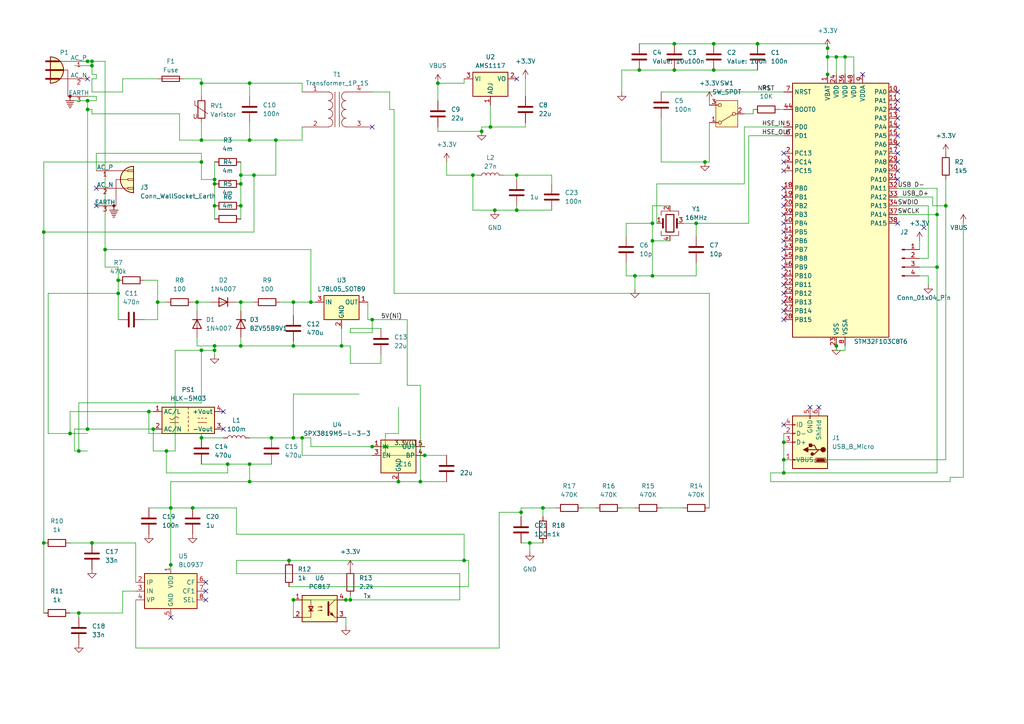
<source format=kicad_sch>
(kicad_sch (version 20230121) (generator eeschema)
  (paper "A4")
  (lib_symbols
    (symbol "Connector:Conn_01x04_Pin" (pin_names (offset 1.016) hide)
      (property "Reference" "J" (at 0 5.08 0))
      (property "Value" "Conn_01x04_Pin" (at 0 -7.62 0))
      (symbol "Conn_01x04_Pin_1_1"
        (pin passive line (at 5.08 2.54 180) (length 3.81) (name "Pin_1") (number "1"))
        (pin passive line (at 5.08 0 180) (length 3.81) (name "Pin_2") (number "2"))
        (pin passive line (at 5.08 -2.54 180) (length 3.81) (name "Pin_3") (number "3"))
        (pin passive line (at 5.08 -5.08 180) (length 3.81) (name "Pin_4") (number "4"))
      )
    )
    (symbol "Connector:Conn_WallPlug_Earth" (pin_names (offset 0))
      (property "Reference" "P" (at 0 3.81 0))
      (property "Value" "Conn_WallPlug_Earth" (at -5.08 0 90))
      (symbol "Conn_WallPlug_Earth_1_1"
        (pin power_out line (at 7.62 2.54 180) (length 5.08) (name "AC_P") (number "1"))
        (pin power_out line (at 7.62 -2.54 180) (length 5.08) (name "AC_N") (number "2"))
        (pin passive line (at 7.62 -7.62 180) (length 5.08) (name "EARTH") (number "3"))
      )
    )
    (symbol "Connector:Conn_WallSocket_Earth" (pin_names (offset 0))
      (property "Reference" "J" (at 3.81 6.985 0))
      (property "Value" "Conn_WallSocket_Earth" (at 7.62 2.54 90))
      (symbol "Conn_WallSocket_Earth_1_1"
        (pin power_in line (at -5.08 5.08 0) (length 5.08) (name "AC_P") (number "1"))
        (pin power_in line (at -5.08 0 0) (length 5.08) (name "AC_N") (number "2"))
        (pin passive line (at -5.08 -5.08 0) (length 5.08) (name "EARTH") (number "3"))
      )
    )
    (symbol "Connector:USB_B_Micro" (pin_names (offset 1.016))
      (property "Reference" "J" (at -5.08 11.43 0))
      (property "Value" "USB_B_Micro" (at -5.08 8.89 0))
      (symbol "USB_B_Micro_1_1"
        (pin power_out line (at 7.62 5.08 180) (length 2.54) (name "VBUS") (number "1"))
        (pin bidirectional line (at 7.62 -2.54 180) (length 2.54) (name "D-") (number "2"))
        (pin bidirectional line (at 7.62 0 180) (length 2.54) (name "D+") (number "3"))
        (pin passive line (at 7.62 -5.08 180) (length 2.54) (name "ID") (number "4"))
        (pin power_out line (at 0 -10.16 90) (length 2.54) (name "GND") (number "5"))
        (pin passive line (at -2.54 -10.16 90) (length 2.54) (name "Shield") (number "6"))
      )
    )
    (symbol "Converter_ACDC:HLK-5M03"
      (property "Reference" "PS" (at 0 5.08 0))
      (property "Value" "HLK-5M03" (at 0 -5.08 0))
      (symbol "HLK-5M03_1_1"
        (pin power_in line (at -10.16 2.54 0) (length 2.54) (name "AC/L") (number "1"))
        (pin power_in line (at -10.16 -2.54 0) (length 2.54) (name "AC/N") (number "2"))
        (pin power_out line (at 10.16 -2.54 180) (length 2.54) (name "-Vout") (number "3"))
        (pin power_out line (at 10.16 2.54 180) (length 2.54) (name "+Vout") (number "4"))
      )
    )
    (symbol "Device:C" (pin_numbers hide) (pin_names (offset 0.254))
      (property "Reference" "C" (at 0.635 2.54 0))
      (property "Value" "C" (at 0.635 -2.54 0))
      (symbol "C_1_1"
        (pin passive line (at 0 3.81 270) (length 2.794) (name "~") (number "1"))
        (pin passive line (at 0 -3.81 90) (length 2.794) (name "~") (number "2"))
      )
    )
    (symbol "Device:Crystal_GND24" (pin_names (offset 1.016) hide)
      (property "Reference" "Y" (at 3.175 5.08 0))
      (property "Value" "Crystal_GND24" (at 3.175 3.175 0))
      (symbol "Crystal_GND24_1_1"
        (pin passive line (at -3.81 0 0) (length 1.27) (name "1") (number "1"))
        (pin passive line (at 0 5.08 270) (length 1.27) (name "2") (number "2"))
        (pin passive line (at 3.81 0 180) (length 1.27) (name "3") (number "3"))
        (pin passive line (at 0 -5.08 90) (length 1.27) (name "4") (number "4"))
      )
    )
    (symbol "Device:Fuse" (pin_numbers hide) (pin_names (offset 0))
      (property "Reference" "F" (at 2.032 0 90))
      (property "Value" "Fuse" (at -1.905 0 90))
      (symbol "Fuse_1_1"
        (pin passive line (at 0 3.81 270) (length 1.27) (name "~") (number "1"))
        (pin passive line (at 0 -3.81 90) (length 1.27) (name "~") (number "2"))
      )
    )
    (symbol "Device:L" (pin_numbers hide) (pin_names (offset 1.016) hide)
      (property "Reference" "L" (at -1.27 0 90))
      (property "Value" "L" (at 1.905 0 90))
      (symbol "L_1_1"
        (pin passive line (at 0 3.81 270) (length 1.27) (name "1") (number "1"))
        (pin passive line (at 0 -3.81 90) (length 1.27) (name "2") (number "2"))
      )
    )
    (symbol "Device:R" (pin_numbers hide) (pin_names (offset 0))
      (property "Reference" "R" (at 2.032 0 90))
      (property "Value" "R" (at 0 0 90))
      (symbol "R_1_1"
        (pin passive line (at 0 3.81 270) (length 1.27) (name "~") (number "1"))
        (pin passive line (at 0 -3.81 90) (length 1.27) (name "~") (number "2"))
      )
    )
    (symbol "Device:Transformer_1P_1S" (pin_names (offset 1.016) hide)
      (property "Reference" "T" (at 0 6.35 0))
      (property "Value" "Transformer_1P_1S" (at 0 -7.62 0))
      (symbol "Transformer_1P_1S_1_1"
        (pin passive line (at -10.16 5.08 0) (length 7.62) (name "AA") (number "1"))
        (pin passive line (at -10.16 -5.08 0) (length 7.62) (name "AB") (number "2"))
        (pin passive line (at 10.16 -5.08 180) (length 7.62) (name "SA") (number "3"))
        (pin passive line (at 10.16 5.08 180) (length 7.62) (name "SB") (number "4"))
      )
    )
    (symbol "Device:Varistor" (pin_numbers hide) (pin_names (offset 0))
      (property "Reference" "RV" (at 3.175 0 90))
      (property "Value" "Varistor" (at -3.175 0 90))
      (symbol "Varistor_0_0"
        (text "U" (at -1.778 -2.032 0) (effects (font (size 1.27 1.27))))
      )
      (symbol "Varistor_1_1"
        (pin passive line (at 0 3.81 270) (length 1.27) (name "~") (number "1"))
        (pin passive line (at 0 -3.81 90) (length 1.27) (name "~") (number "2"))
      )
    )
    (symbol "Diode:1N4007" (pin_numbers hide) (pin_names hide)
      (property "Reference" "D" (at 0 2.54 0))
      (property "Value" "1N4007" (at 0 -2.54 0))
      (symbol "1N4007_1_1"
        (pin passive line (at -3.81 0 0) (length 2.54) (name "K") (number "1"))
        (pin passive line (at 3.81 0 180) (length 2.54) (name "A") (number "2"))
      )
    )
    (symbol "Diode:BZV55B9V1" (pin_numbers hide) (pin_names hide)
      (property "Reference" "D" (at 0 2.54 0))
      (property "Value" "BZV55B9V1" (at 0 -2.54 0))
      (symbol "BZV55B9V1_1_1"
        (pin passive line (at -3.81 0 0) (length 2.54) (name "K") (number "1"))
        (pin passive line (at 3.81 0 180) (length 2.54) (name "A") (number "2"))
      )
    )
    (symbol "Isolator:PC817" (pin_names (offset 1.016))
      (property "Reference" "U" (at -5.08 5.08 0))
      (property "Value" "PC817" (at 0 5.08 0))
      (symbol "PC817_1_1"
        (pin passive line (at -7.62 2.54 0) (length 2.54) (name "~") (number "1"))
        (pin passive line (at -7.62 -2.54 0) (length 2.54) (name "~") (number "2"))
        (pin passive line (at 7.62 -2.54 180) (length 2.54) (name "~") (number "3"))
        (pin passive line (at 7.62 2.54 180) (length 2.54) (name "~") (number "4"))
      )
    )
    (symbol "MCU_ST_STM32F1:STM32F103C8Tx"
      (property "Reference" "U" (at -12.7 39.37 0))
      (property "Value" "STM32F103C8Tx" (at 10.16 39.37 0))
      (symbol "STM32F103C8Tx_1_1"
        (pin power_in line (at -2.54 40.64 270) (length 2.54) (name "VBAT") (number "1"))
        (pin bidirectional line (at 17.78 35.56 180) (length 2.54) (name "PA0") (number "10"))
        (pin bidirectional line (at 17.78 33.02 180) (length 2.54) (name "PA1") (number "11"))
        (pin bidirectional line (at 17.78 30.48 180) (length 2.54) (name "PA2") (number "12"))
        (pin bidirectional line (at 17.78 27.94 180) (length 2.54) (name "PA3") (number "13"))
        (pin bidirectional line (at 17.78 25.4 180) (length 2.54) (name "PA4") (number "14"))
        (pin bidirectional line (at 17.78 22.86 180) (length 2.54) (name "PA5") (number "15"))
        (pin bidirectional line (at 17.78 20.32 180) (length 2.54) (name "PA6") (number "16"))
        (pin bidirectional line (at 17.78 17.78 180) (length 2.54) (name "PA7") (number "17"))
        (pin bidirectional line (at -15.24 7.62 0) (length 2.54) (name "PB0") (number "18"))
        (pin bidirectional line (at -15.24 5.08 0) (length 2.54) (name "PB1") (number "19"))
        (pin bidirectional line (at -15.24 17.78 0) (length 2.54) (name "PC13") (number "2"))
        (pin bidirectional line (at -15.24 2.54 0) (length 2.54) (name "PB2") (number "20"))
        (pin bidirectional line (at -15.24 -17.78 0) (length 2.54) (name "PB10") (number "21"))
        (pin bidirectional line (at -15.24 -20.32 0) (length 2.54) (name "PB11") (number "22"))
        (pin power_in line (at 0 -38.1 90) (length 2.54) (name "VSS") (number "23"))
        (pin power_in line (at 0 40.64 270) (length 2.54) (name "VDD") (number "24"))
        (pin bidirectional line (at -15.24 -22.86 0) (length 2.54) (name "PB12") (number "25"))
        (pin bidirectional line (at -15.24 -25.4 0) (length 2.54) (name "PB13") (number "26"))
        (pin bidirectional line (at -15.24 -27.94 0) (length 2.54) (name "PB14") (number "27"))
        (pin bidirectional line (at -15.24 -30.48 0) (length 2.54) (name "PB15") (number "28"))
        (pin bidirectional line (at 17.78 15.24 180) (length 2.54) (name "PA8") (number "29"))
        (pin bidirectional line (at -15.24 15.24 0) (length 2.54) (name "PC14") (number "3"))
        (pin bidirectional line (at 17.78 12.7 180) (length 2.54) (name "PA9") (number "30"))
        (pin bidirectional line (at 17.78 10.16 180) (length 2.54) (name "PA10") (number "31"))
        (pin bidirectional line (at 17.78 7.62 180) (length 2.54) (name "PA11") (number "32"))
        (pin bidirectional line (at 17.78 5.08 180) (length 2.54) (name "PA12") (number "33"))
        (pin bidirectional line (at 17.78 2.54 180) (length 2.54) (name "PA13") (number "34"))
        (pin passive line (at 0 -38.1 90) (length 2.54) hide (name "VSS") (number "35"))
        (pin power_in line (at 2.54 40.64 270) (length 2.54) (name "VDD") (number "36"))
        (pin bidirectional line (at 17.78 0 180) (length 2.54) (name "PA14") (number "37"))
        (pin bidirectional line (at 17.78 -2.54 180) (length 2.54) (name "PA15") (number "38"))
        (pin bidirectional line (at -15.24 0 0) (length 2.54) (name "PB3") (number "39"))
        (pin bidirectional line (at -15.24 12.7 0) (length 2.54) (name "PC15") (number "4"))
        (pin bidirectional line (at -15.24 -2.54 0) (length 2.54) (name "PB4") (number "40"))
        (pin bidirectional line (at -15.24 -5.08 0) (length 2.54) (name "PB5") (number "41"))
        (pin bidirectional line (at -15.24 -7.62 0) (length 2.54) (name "PB6") (number "42"))
        (pin bidirectional line (at -15.24 -10.16 0) (length 2.54) (name "PB7") (number "43"))
        (pin input line (at -15.24 30.48 0) (length 2.54) (name "BOOT0") (number "44"))
        (pin bidirectional line (at -15.24 -12.7 0) (length 2.54) (name "PB8") (number "45"))
        (pin bidirectional line (at -15.24 -15.24 0) (length 2.54) (name "PB9") (number "46"))
        (pin passive line (at 0 -38.1 90) (length 2.54) hide (name "VSS") (number "47"))
        (pin power_in line (at 5.08 40.64 270) (length 2.54) (name "VDD") (number "48"))
        (pin bidirectional line (at -15.24 25.4 0) (length 2.54) (name "PD0") (number "5"))
        (pin bidirectional line (at -15.24 22.86 0) (length 2.54) (name "PD1") (number "6"))
        (pin input line (at -15.24 35.56 0) (length 2.54) (name "NRST") (number "7"))
        (pin power_in line (at 2.54 -38.1 90) (length 2.54) (name "VSSA") (number "8"))
        (pin power_in line (at 7.62 40.64 270) (length 2.54) (name "VDDA") (number "9"))
      )
    )
    (symbol "Regulator_Linear:AMS1117"
      (property "Reference" "U" (at -3.81 3.175 0))
      (property "Value" "AMS1117" (at 0 3.175 0))
      (symbol "AMS1117_1_1"
        (pin input line (at 0 -7.62 90) (length 2.54) (name "ADJ") (number "1"))
        (pin power_out line (at 7.62 0 180) (length 2.54) (name "VO") (number "2"))
        (pin power_in line (at -7.62 0 0) (length 2.54) (name "VI") (number "3"))
      )
    )
    (symbol "Regulator_Linear:L78L05_SOT89" (pin_names (offset 0.254))
      (property "Reference" "U" (at -3.81 3.175 0))
      (property "Value" "L78L05_SOT89" (at -0.635 3.175 0))
      (symbol "L78L05_SOT89_1_1"
        (pin power_out line (at 7.62 0 180) (length 2.54) (name "OUT") (number "1"))
        (pin power_in line (at 0 -7.62 90) (length 2.54) (name "GND") (number "2"))
        (pin power_in line (at -7.62 0 0) (length 2.54) (name "IN") (number "3"))
      )
    )
    (symbol "Regulator_Linear:SPX3819M5-L-3-3" (pin_names (offset 0.254))
      (property "Reference" "U" (at -3.81 5.715 0))
      (property "Value" "SPX3819M5-L-3-3" (at 0 5.715 0))
      (symbol "SPX3819M5-L-3-3_1_1"
        (pin power_in line (at -7.62 2.54 0) (length 2.54) (name "IN") (number "1"))
        (pin power_in line (at 0 -7.62 90) (length 2.54) (name "GND") (number "2"))
        (pin input line (at -7.62 0 0) (length 2.54) (name "EN") (number "3"))
        (pin input line (at 7.62 0 180) (length 2.54) (name "BP") (number "4"))
        (pin power_out line (at 7.62 2.54 180) (length 2.54) (name "OUT") (number "5"))
      )
    )
    (symbol "Sensor:BL0937"
      (property "Reference" "U" (at 2.54 -10.16 0))
      (property "Value" "BL0937" (at 5.08 -7.62 0))
      (symbol "BL0937_1_1"
        (pin power_in line (at 0 7.62 270) (length 2.54) (name "VDD") (number "1"))
        (pin input line (at -10.16 2.54 0) (length 2.54) (name "IP") (number "2"))
        (pin input line (at -10.16 0 0) (length 2.54) (name "IN") (number "3"))
        (pin input line (at -10.16 -2.54 0) (length 2.54) (name "VP") (number "4"))
        (pin power_in line (at 0 -7.62 90) (length 2.54) (name "GND") (number "5"))
        (pin output line (at 10.16 2.54 180) (length 2.54) (name "CF") (number "6"))
        (pin output line (at 10.16 0 180) (length 2.54) (name "CF1") (number "7"))
        (pin input line (at 10.16 -2.54 180) (length 2.54) (name "SEL") (number "8"))
      )
    )
    (symbol "Switch:SW_SPDT" (pin_names (offset 0) hide)
      (property "Reference" "SW" (at 0 5.08 0))
      (property "Value" "SW_SPDT" (at 0 -5.08 0))
      (symbol "SW_SPDT_1_1"
        (pin passive line (at 5.08 2.54 180) (length 2.54) (name "A") (number "1"))
        (pin passive line (at -5.08 0 0) (length 2.54) (name "B") (number "2"))
        (pin passive line (at 5.08 -2.54 180) (length 2.54) (name "C") (number "3"))
      )
    )
    (symbol "power:+3.3V" (power) (pin_names (offset 0))
      (property "Value" "+3.3V" (at 0 3.556 0))
      (symbol "+3.3V_1_1"
        (pin power_in line (at 0 0 90) (length 0) hide (name "+3.3V") (number "1"))
      )
    )
    (symbol "power:GND" (power) (pin_names (offset 0))
      (property "Value" "GND" (at 0 -3.81 0))
      (symbol "GND_1_1"
        (pin power_in line (at 0 0 270) (length 0) hide (name "GND") (number "1"))
      )
    )
    (symbol "power:VBUS" (power) (pin_names (offset 0))
      (property "Value" "VBUS" (at 0 3.81 0))
      (symbol "VBUS_1_1"
        (pin power_in line (at 0 0 90) (length 0) hide (name "VBUS") (number "1"))
      )
    )
  )
  (junction (at 111.76 129.54))
  (junction (at 62.23 100.33))
  (junction (at 57.15 87.63))
  (junction (at 101.6 173.99))
  (junction (at 55.88 147.32))
  (junction (at 25.4 17.78))
  (junction (at 240.03 13.97))
  (junction (at 107.95 129.54))
  (junction (at 30.48 72.39))
  (junction (at 49.53 147.32))
  (junction (at 26.67 17.78))
  (junction (at 127 24.13))
  (junction (at 25.4 29.21))
  (junction (at 153.67 157.48))
  (junction (at 43.18 119.38))
  (junction (at 26.67 19.05))
  (junction (at 62.23 52.07))
  (junction (at 189.23 69.85))
  (junction (at 274.32 59.69))
  (junction (at 58.42 24.13))
  (junction (at 69.85 100.33))
  (junction (at 271.78 62.23))
  (junction (at 12.7 67.31))
  (junction (at 139.7 38.1))
  (junction (at 245.11 16.51))
  (junction (at 69.85 87.63))
  (junction (at 49.53 163.83))
  (junction (at 62.23 53.34))
  (junction (at 58.42 101.6))
  (junction (at 78.74 127))
  (junction (at 123.19 132.08))
  (junction (at 107.95 92.71))
  (junction (at 72.39 134.62))
  (junction (at 151.13 148.59))
  (junction (at 85.09 87.63))
  (junction (at 22.86 177.8))
  (junction (at 45.72 87.63))
  (junction (at 44.45 124.46))
  (junction (at 90.17 87.63))
  (junction (at 149.86 60.96))
  (junction (at 189.23 80.01))
  (junction (at 227.33 128.27))
  (junction (at 115.57 139.7))
  (junction (at 184.15 80.01))
  (junction (at 58.42 127))
  (junction (at 121.92 139.7))
  (junction (at 85.09 100.33))
  (junction (at 219.71 12.7))
  (junction (at 240.03 16.51))
  (junction (at 69.85 59.69))
  (junction (at 62.23 59.69))
  (junction (at 58.42 40.64))
  (junction (at 99.06 100.33))
  (junction (at 72.39 40.64))
  (junction (at 207.01 20.32))
  (junction (at 34.29 81.28))
  (junction (at 83.82 162.56))
  (junction (at 142.24 36.83))
  (junction (at 100.33 173.99))
  (junction (at 25.4 31.75))
  (junction (at 22.86 130.81))
  (junction (at 58.42 46.99))
  (junction (at 85.09 173.99))
  (junction (at 72.39 139.7))
  (junction (at 26.67 157.48))
  (junction (at 143.51 60.96))
  (junction (at 240.03 21.59))
  (junction (at 204.47 46.99))
  (junction (at 85.09 127))
  (junction (at 227.33 137.16))
  (junction (at 157.48 147.32))
  (junction (at 72.39 24.13))
  (junction (at 189.23 64.77))
  (junction (at 25.4 124.46))
  (junction (at 69.85 53.34))
  (junction (at 195.58 12.7))
  (junction (at 149.86 50.8))
  (junction (at 66.04 134.62))
  (junction (at 227.33 133.35))
  (junction (at 62.23 101.6))
  (junction (at 271.78 77.47))
  (junction (at 242.57 16.51))
  (junction (at 137.16 50.8))
  (junction (at 87.63 127))
  (junction (at 134.62 162.56))
  (junction (at 34.29 85.09))
  (junction (at 185.42 20.32))
  (junction (at 201.93 64.77))
  (junction (at 207.01 12.7))
  (junction (at 12.7 157.48))
  (junction (at 48.26 130.81))
  (junction (at 242.57 100.33))
  (junction (at 195.58 20.32))
  (junction (at 73.66 50.8))
  (junction (at 69.85 50.8))
  (junction (at 80.01 40.64))
  (junction (at 20.32 125.73))
  (no_connect (at 227.33 44.45))
  (no_connect (at 260.35 26.67))
  (no_connect (at 59.69 171.45))
  (no_connect (at 227.33 64.77))
  (no_connect (at 149.86 22.86))
  (no_connect (at 227.33 85.09))
  (no_connect (at 107.95 36.83))
  (no_connect (at 227.33 67.31))
  (no_connect (at 260.35 36.83))
  (no_connect (at 227.33 69.85))
  (no_connect (at 227.33 92.71))
  (no_connect (at 64.77 119.38))
  (no_connect (at 227.33 80.01))
  (no_connect (at 227.33 59.69))
  (no_connect (at 227.33 62.23))
  (no_connect (at 227.33 77.47))
  (no_connect (at 260.35 52.07))
  (no_connect (at 227.33 57.15))
  (no_connect (at 227.33 87.63))
  (no_connect (at 260.35 64.77))
  (no_connect (at 234.95 118.11))
  (no_connect (at 260.35 29.21))
  (no_connect (at 260.35 41.91))
  (no_connect (at 237.49 118.11))
  (no_connect (at 64.77 124.46))
  (no_connect (at 260.35 46.99))
  (no_connect (at 227.33 90.17))
  (no_connect (at 25.4 22.86))
  (no_connect (at 260.35 49.53))
  (no_connect (at 227.33 123.19))
  (no_connect (at 260.35 34.29))
  (no_connect (at 227.33 54.61))
  (no_connect (at 260.35 31.75))
  (no_connect (at 227.33 82.55))
  (no_connect (at 227.33 46.99))
  (no_connect (at 59.69 168.91))
  (no_connect (at 49.53 179.07))
  (no_connect (at 227.33 72.39))
  (no_connect (at 59.69 173.99))
  (no_connect (at 260.35 39.37))
  (no_connect (at 260.35 44.45))
  (no_connect (at 227.33 49.53))
  (no_connect (at 267.97 66.04))
  (no_connect (at 27.94 54.61))
  (no_connect (at 27.94 59.69))
  (no_connect (at 227.33 74.93))
  (no_connect (at 250.19 21.59))
  (wire (pts (xy 161.29 147.32) (xy 157.48 147.32)))
  (wire (pts (xy 66.04 134.62) (xy 66.04 137.16)))
  (wire (pts (xy 34.29 85.09) (xy 13.97 85.09)))
  (wire (pts (xy 127 24.13) (xy 127 29.21)))
  (wire (pts (xy 57.15 87.63) (xy 57.15 90.17)))
  (wire (pts (xy 26.67 17.78) (xy 30.48 17.78)))
  (wire (pts (xy 34.29 85.09) (xy 34.29 92.71)))
  (wire (pts (xy 26.67 33.02) (xy 52.07 33.02)))
  (wire (pts (xy 240.03 16.51) (xy 240.03 21.59)))
  (wire (pts (xy 142.24 30.48) (xy 142.24 36.83)))
  (wire (pts (xy 58.42 134.62) (xy 66.04 134.62)))
  (wire (pts (xy 22.86 116.84) (xy 22.86 130.81)))
  (wire (pts (xy 55.88 87.63) (xy 57.15 87.63)))
  (wire (pts (xy 69.85 97.79) (xy 69.85 100.33)))
  (wire (pts (xy 62.23 100.33) (xy 57.15 100.33)))
  (wire (pts (xy 207.01 20.32) (xy 219.71 20.32)))
  (wire (pts (xy 190.5 53.34) (xy 215.9 53.34)))
  (wire (pts (xy 115.57 118.11) (xy 115.57 125.73)))
  (wire (pts (xy 69.85 100.33) (xy 62.23 100.33)))
  (wire (pts (xy 35.56 22.86) (xy 45.72 22.86)))
  (wire (pts (xy 101.6 172.72) (xy 101.6 173.99)))
  (wire (pts (xy 99.06 100.33) (xy 101.6 100.33)))
  (wire (pts (xy 227.33 137.16) (xy 271.78 137.16)))
  (wire (pts (xy 271.78 54.61) (xy 260.35 54.61)))
  (wire (pts (xy 205.74 85.09) (xy 205.74 147.32)))
  (wire (pts (xy 27.94 21.59) (xy 26.67 21.59)))
  (wire (pts (xy 151.13 147.32) (xy 151.13 148.59)))
  (wire (pts (xy 114.3 85.09) (xy 205.74 85.09)))
  (wire (pts (xy 49.53 163.83) (xy 49.53 165.1)))
  (wire (pts (xy 58.42 44.45) (xy 58.42 46.99)))
  (wire (pts (xy 139.7 36.83) (xy 139.7 38.1)))
  (wire (pts (xy 205.74 35.56) (xy 205.74 46.99)))
  (wire (pts (xy 69.85 87.63) (xy 73.66 87.63)))
  (wire (pts (xy 153.67 157.48) (xy 153.67 160.02)))
  (wire (pts (xy 195.58 12.7) (xy 207.01 12.7)))
  (wire (pts (xy 266.7 80.01) (xy 269.24 80.01)))
  (wire (pts (xy 101.6 95.25) (xy 110.49 95.25)))
  (wire (pts (xy 134.62 154.94) (xy 134.62 162.56)))
  (wire (pts (xy 27.94 44.45) (xy 58.42 44.45)))
  (wire (pts (xy 149.86 50.8) (xy 149.86 52.07)))
  (wire (pts (xy 43.18 147.32) (xy 49.53 147.32)))
  (wire (pts (xy 58.42 35.56) (xy 58.42 40.64)))
  (wire (pts (xy 57.15 87.63) (xy 60.96 87.63)))
  (wire (pts (xy 113.03 31.75) (xy 113.03 26.67)))
  (wire (pts (xy 118.11 92.71) (xy 118.11 111.76)))
  (wire (pts (xy 57.15 100.33) (xy 57.15 97.79)))
  (wire (pts (xy 191.77 147.32) (xy 198.12 147.32)))
  (wire (pts (xy 242.57 16.51) (xy 245.11 16.51)))
  (wire (pts (xy 247.65 16.51) (xy 247.65 21.59)))
  (wire (pts (xy 189.23 64.77) (xy 189.23 69.85)))
  (wire (pts (xy 26.67 19.05) (xy 21.59 19.05)))
  (wire (pts (xy 44.45 130.81) (xy 44.45 124.46)))
  (wire (pts (xy 85.09 87.63) (xy 85.09 91.44)))
  (wire (pts (xy 22.86 116.84) (xy 58.42 116.84)))
  (wire (pts (xy 69.85 50.8) (xy 69.85 53.34)))
  (wire (pts (xy 90.17 87.63) (xy 91.44 87.63)))
  (wire (pts (xy 58.42 22.86) (xy 58.42 24.13)))
  (wire (pts (xy 218.44 31.75) (xy 218.44 33.02)))
  (wire (pts (xy 114.3 31.75) (xy 114.3 85.09)))
  (wire (pts (xy 58.42 52.07) (xy 62.23 52.07)))
  (wire (pts (xy 68.58 162.56) (xy 83.82 162.56)))
  (wire (pts (xy 121.92 139.7) (xy 115.57 139.7)))
  (wire (pts (xy 52.07 33.02) (xy 52.07 40.64)))
  (wire (pts (xy 270.51 59.69) (xy 274.32 59.69)))
  (wire (pts (xy 271.78 62.23) (xy 271.78 54.61)))
  (wire (pts (xy 205.74 29.21) (xy 205.74 30.48)))
  (wire (pts (xy 274.32 52.07) (xy 274.32 59.69)))
  (wire (pts (xy 58.42 125.73) (xy 58.42 127)))
  (wire (pts (xy 151.13 148.59) (xy 151.13 149.86)))
  (wire (pts (xy 72.39 139.7) (xy 72.39 134.62)))
  (wire (pts (xy 144.78 187.96) (xy 144.78 148.59)))
  (wire (pts (xy 160.02 50.8) (xy 160.02 53.34)))
  (wire (pts (xy 12.7 67.31) (xy 73.66 67.31)))
  (wire (pts (xy 184.15 80.01) (xy 184.15 83.82)))
  (wire (pts (xy 45.72 87.63) (xy 45.72 92.71)))
  (wire (pts (xy 68.58 166.37) (xy 68.58 162.56)))
  (wire (pts (xy 39.37 187.96) (xy 144.78 187.96)))
  (wire (pts (xy 27.94 49.53) (xy 27.94 44.45)))
  (wire (pts (xy 62.23 101.6) (xy 62.23 102.87)))
  (wire (pts (xy 58.42 24.13) (xy 72.39 24.13)))
  (wire (pts (xy 80.01 40.64) (xy 87.63 40.64)))
  (wire (pts (xy 274.32 133.35) (xy 227.33 133.35)))
  (wire (pts (xy 144.78 148.59) (xy 151.13 148.59)))
  (wire (pts (xy 72.39 40.64) (xy 72.39 35.56)))
  (wire (pts (xy 27.94 27.94) (xy 25.4 27.94)))
  (wire (pts (xy 138.43 50.8) (xy 137.16 50.8)))
  (wire (pts (xy 107.95 92.71) (xy 107.95 96.52)))
  (wire (pts (xy 62.23 52.07) (xy 62.23 53.34)))
  (wire (pts (xy 127 24.13) (xy 134.62 24.13)))
  (wire (pts (xy 72.39 127) (xy 78.74 127)))
  (wire (pts (xy 215.9 53.34) (xy 215.9 36.83)))
  (wire (pts (xy 72.39 139.7) (xy 49.53 139.7)))
  (wire (pts (xy 39.37 157.48) (xy 39.37 168.91)))
  (wire (pts (xy 20.32 119.38) (xy 43.18 119.38)))
  (wire (pts (xy 133.35 166.37) (xy 133.35 173.99)))
  (wire (pts (xy 266.7 69.85) (xy 266.7 72.39)))
  (wire (pts (xy 190.5 64.77) (xy 190.5 53.34)))
  (wire (pts (xy 25.4 125.73) (xy 20.32 125.73)))
  (wire (pts (xy 101.6 96.52) (xy 101.6 95.25)))
  (wire (pts (xy 271.78 137.16) (xy 271.78 77.47)))
  (wire (pts (xy 66.04 134.62) (xy 72.39 134.62)))
  (wire (pts (xy 113.03 26.67) (xy 107.95 26.67)))
  (wire (pts (xy 223.52 137.16) (xy 227.33 137.16)))
  (wire (pts (xy 149.86 60.96) (xy 160.02 60.96)))
  (wire (pts (xy 270.51 57.15) (xy 270.51 59.69)))
  (wire (pts (xy 72.39 139.7) (xy 115.57 139.7)))
  (wire (pts (xy 134.62 24.13) (xy 134.62 22.86)))
  (wire (pts (xy 101.6 173.99) (xy 133.35 173.99)))
  (wire (pts (xy 111.76 132.08) (xy 123.19 132.08)))
  (wire (pts (xy 271.78 77.47) (xy 266.7 77.47)))
  (wire (pts (xy 25.4 124.46) (xy 44.45 124.46)))
  (wire (pts (xy 149.86 59.69) (xy 149.86 60.96)))
  (wire (pts (xy 45.72 87.63) (xy 48.26 87.63)))
  (wire (pts (xy 223.52 139.7) (xy 223.52 137.16)))
  (wire (pts (xy 49.53 139.7) (xy 49.53 147.32)))
  (wire (pts (xy 227.33 128.27) (xy 227.33 133.35)))
  (wire (pts (xy 201.93 64.77) (xy 198.12 64.77)))
  (wire (pts (xy 85.09 114.3) (xy 85.09 127)))
  (wire (pts (xy 27.94 29.21) (xy 27.94 27.94)))
  (wire (pts (xy 135.89 162.56) (xy 135.89 170.18)))
  (wire (pts (xy 271.78 62.23) (xy 271.78 77.47)))
  (wire (pts (xy 191.77 34.29) (xy 191.77 46.99)))
  (wire (pts (xy 207.01 12.7) (xy 219.71 12.7)))
  (wire (pts (xy 121.92 139.7) (xy 129.54 139.7)))
  (wire (pts (xy 62.23 53.34) (xy 62.23 59.69)))
  (wire (pts (xy 87.63 127) (xy 90.17 127)))
  (wire (pts (xy 69.85 100.33) (xy 85.09 100.33)))
  (wire (pts (xy 151.13 157.48) (xy 153.67 157.48)))
  (wire (pts (xy 185.42 12.7) (xy 195.58 12.7)))
  (wire (pts (xy 242.57 101.6) (xy 245.11 101.6)))
  (wire (pts (xy 87.63 24.13) (xy 87.63 26.67)))
  (wire (pts (xy 274.32 133.35) (xy 274.32 59.69)))
  (wire (pts (xy 181.61 64.77) (xy 181.61 68.58)))
  (wire (pts (xy 184.15 80.01) (xy 181.61 80.01)))
  (wire (pts (xy 58.42 101.6) (xy 50.8 101.6)))
  (wire (pts (xy 80.01 50.8) (xy 73.66 50.8)))
  (wire (pts (xy 45.72 92.71) (xy 41.91 92.71)))
  (wire (pts (xy 185.42 20.32) (xy 195.58 20.32)))
  (wire (pts (xy 34.29 77.47) (xy 34.29 81.28)))
  (wire (pts (xy 41.91 81.28) (xy 45.72 81.28)))
  (wire (pts (xy 43.18 125.73) (xy 58.42 125.73)))
  (wire (pts (xy 25.4 31.75) (xy 25.4 124.46)))
  (wire (pts (xy 87.63 36.83) (xy 87.63 40.64)))
  (wire (pts (xy 149.86 50.8) (xy 160.02 50.8)))
  (wire (pts (xy 17.78 17.78) (xy 25.4 17.78)))
  (wire (pts (xy 189.23 59.69) (xy 189.23 64.77)))
  (wire (pts (xy 68.58 87.63) (xy 69.85 87.63)))
  (wire (pts (xy 168.91 147.32) (xy 172.72 147.32)))
  (wire (pts (xy 26.67 22.86) (xy 26.67 26.67)))
  (wire (pts (xy 111.76 129.54) (xy 111.76 125.73)))
  (wire (pts (xy 153.67 157.48) (xy 157.48 157.48)))
  (wire (pts (xy 201.93 80.01) (xy 189.23 80.01)))
  (wire (pts (xy 68.58 147.32) (xy 68.58 154.94)))
  (wire (pts (xy 260.35 57.15) (xy 270.51 57.15)))
  (wire (pts (xy 21.59 124.46) (xy 25.4 124.46)))
  (wire (pts (xy 227.33 133.35) (xy 227.33 137.16)))
  (wire (pts (xy 269.24 59.69) (xy 269.24 74.93)))
  (wire (pts (xy 217.17 39.37) (xy 217.17 64.77)))
  (wire (pts (xy 189.23 80.01) (xy 184.15 80.01)))
  (wire (pts (xy 111.76 125.73) (xy 115.57 125.73)))
  (wire (pts (xy 72.39 24.13) (xy 87.63 24.13)))
  (wire (pts (xy 43.18 119.38) (xy 44.45 119.38)))
  (wire (pts (xy 152.4 36.83) (xy 152.4 35.56)))
  (wire (pts (xy 139.7 38.1) (xy 127 38.1)))
  (wire (pts (xy 87.63 132.08) (xy 87.63 127)))
  (wire (pts (xy 34.29 81.28) (xy 34.29 85.09)))
  (wire (pts (xy 26.67 26.67) (xy 35.56 26.67)))
  (wire (pts (xy 137.16 60.96) (xy 143.51 60.96)))
  (wire (pts (xy 26.67 157.48) (xy 39.37 157.48)))
  (wire (pts (xy 66.04 137.16) (xy 48.26 137.16)))
  (wire (pts (xy 201.93 76.2) (xy 201.93 80.01)))
  (wire (pts (xy 85.09 100.33) (xy 85.09 99.06)))
  (wire (pts (xy 127 38.1) (xy 127 36.83)))
  (wire (pts (xy 12.7 67.31) (xy 12.7 157.48)))
  (wire (pts (xy 180.34 147.32) (xy 184.15 147.32)))
  (wire (pts (xy 133.35 166.37) (xy 68.58 166.37)))
  (wire (pts (xy 21.59 130.81) (xy 21.59 124.46)))
  (wire (pts (xy 137.16 50.8) (xy 129.54 50.8)))
  (wire (pts (xy 35.56 177.8) (xy 35.56 171.45)))
  (wire (pts (xy 110.49 105.41) (xy 110.49 102.87)))
  (wire (pts (xy 20.32 177.8) (xy 22.86 177.8)))
  (wire (pts (xy 240.03 12.7) (xy 240.03 13.97)))
  (wire (pts (xy 73.66 50.8) (xy 69.85 50.8)))
  (wire (pts (xy 245.11 16.51) (xy 247.65 16.51)))
  (wire (pts (xy 90.17 72.39) (xy 90.17 87.63)))
  (wire (pts (xy 157.48 147.32) (xy 157.48 149.86)))
  (wire (pts (xy 107.95 92.71) (xy 118.11 92.71)))
  (wire (pts (xy 223.52 139.7) (xy 275.59 139.7)))
  (wire (pts (xy 25.4 29.21) (xy 21.59 29.21)))
  (wire (pts (xy 73.66 67.31) (xy 73.66 50.8)))
  (wire (pts (xy 195.58 20.32) (xy 207.01 20.32)))
  (wire (pts (xy 72.39 24.13) (xy 72.39 27.94)))
  (wire (pts (xy 72.39 134.62) (xy 78.74 134.62)))
  (wire (pts (xy 143.51 60.96) (xy 149.86 60.96)))
  (wire (pts (xy 204.47 46.99) (xy 205.74 46.99)))
  (wire (pts (xy 52.07 40.64) (xy 58.42 40.64)))
  (wire (pts (xy 111.76 129.54) (xy 123.19 129.54)))
  (wire (pts (xy 106.68 92.71) (xy 107.95 92.71)))
  (wire (pts (xy 194.31 59.69) (xy 189.23 59.69)))
  (wire (pts (xy 22.86 130.81) (xy 25.4 130.81)))
  (wire (pts (xy 245.11 16.51) (xy 245.11 21.59)))
  (wire (pts (xy 269.24 74.93) (xy 266.7 74.93)))
  (wire (pts (xy 113.03 31.75) (xy 114.3 31.75)))
  (wire (pts (xy 87.63 132.08) (xy 107.95 132.08)))
  (wire (pts (xy 62.23 100.33) (xy 62.23 101.6)))
  (wire (pts (xy 69.85 87.63) (xy 69.85 90.17)))
  (wire (pts (xy 152.4 22.86) (xy 152.4 27.94)))
  (wire (pts (xy 85.09 87.63) (xy 90.17 87.63)))
  (wire (pts (xy 55.88 147.32) (xy 68.58 147.32)))
  (wire (pts (xy 43.18 125.73) (xy 43.18 119.38)))
  (wire (pts (xy 49.53 147.32) (xy 55.88 147.32)))
  (wire (pts (xy 245.11 101.6) (xy 245.11 100.33)))
  (wire (pts (xy 242.57 16.51) (xy 242.57 21.59)))
  (wire (pts (xy 100.33 173.99) (xy 85.09 173.99)))
  (wire (pts (xy 72.39 40.64) (xy 80.01 40.64)))
  (wire (pts (xy 90.17 127) (xy 90.17 129.54)))
  (wire (pts (xy 129.54 50.8) (xy 129.54 46.99)))
  (wire (pts (xy 58.42 127) (xy 64.77 127)))
  (wire (pts (xy 260.35 62.23) (xy 271.78 62.23)))
  (wire (pts (xy 12.7 157.48) (xy 12.7 177.8)))
  (wire (pts (xy 101.6 105.41) (xy 110.49 105.41)))
  (wire (pts (xy 135.89 170.18) (xy 83.82 170.18)))
  (wire (pts (xy 121.92 111.76) (xy 121.92 139.7)))
  (wire (pts (xy 215.9 36.83) (xy 227.33 36.83)))
  (wire (pts (xy 85.09 100.33) (xy 99.06 100.33)))
  (wire (pts (xy 85.09 114.3) (xy 104.14 114.3)))
  (wire (pts (xy 242.57 101.6) (xy 242.57 100.33)))
  (wire (pts (xy 48.26 137.16) (xy 48.26 130.81)))
  (wire (pts (xy 58.42 101.6) (xy 62.23 101.6)))
  (wire (pts (xy 26.67 21.59) (xy 26.67 19.05)))
  (wire (pts (xy 100.33 173.99) (xy 101.6 173.99)))
  (wire (pts (xy 58.42 40.64) (xy 72.39 40.64)))
  (wire (pts (xy 142.24 36.83) (xy 152.4 36.83)))
  (wire (pts (xy 26.67 31.75) (xy 25.4 31.75)))
  (wire (pts (xy 83.82 162.56) (xy 134.62 162.56)))
  (wire (pts (xy 35.56 26.67) (xy 35.56 22.86)))
  (wire (pts (xy 58.42 46.99) (xy 12.7 46.99)))
  (wire (pts (xy 100.33 179.07) (xy 100.33 181.61)))
  (wire (pts (xy 26.67 33.02) (xy 26.67 31.75)))
  (wire (pts (xy 35.56 171.45) (xy 39.37 171.45)))
  (wire (pts (xy 25.4 29.21) (xy 27.94 29.21)))
  (wire (pts (xy 226.06 31.75) (xy 227.33 31.75)))
  (wire (pts (xy 180.34 20.32) (xy 185.42 20.32)))
  (wire (pts (xy 191.77 46.99) (xy 204.47 46.99)))
  (wire (pts (xy 49.53 147.32) (xy 49.53 163.83)))
  (wire (pts (xy 62.23 46.99) (xy 62.23 52.07)))
  (wire (pts (xy 69.85 59.69) (xy 69.85 63.5)))
  (wire (pts (xy 50.8 101.6) (xy 50.8 130.81)))
  (wire (pts (xy 22.86 177.8) (xy 35.56 177.8)))
  (wire (pts (xy 58.42 27.94) (xy 58.42 24.13)))
  (wire (pts (xy 111.76 129.54) (xy 111.76 132.08)))
  (wire (pts (xy 30.48 17.78) (xy 30.48 72.39)))
  (wire (pts (xy 30.48 72.39) (xy 90.17 72.39)))
  (wire (pts (xy 142.24 36.83) (xy 139.7 36.83)))
  (wire (pts (xy 240.03 16.51) (xy 242.57 16.51)))
  (wire (pts (xy 240.03 13.97) (xy 240.03 16.51)))
  (wire (pts (xy 227.33 39.37) (xy 217.17 39.37)))
  (wire (pts (xy 106.68 87.63) (xy 106.68 92.71)))
  (wire (pts (xy 157.48 147.32) (xy 151.13 147.32)))
  (wire (pts (xy 20.32 157.48) (xy 26.67 157.48)))
  (wire (pts (xy 68.58 154.94) (xy 134.62 154.94)))
  (wire (pts (xy 30.48 77.47) (xy 34.29 77.47)))
  (wire (pts (xy 26.67 19.05) (xy 26.67 17.78)))
  (wire (pts (xy 22.86 177.8) (xy 22.86 179.07)))
  (wire (pts (xy 69.85 53.34) (xy 69.85 59.69)))
  (wire (pts (xy 137.16 50.8) (xy 137.16 60.96)))
  (wire (pts (xy 58.42 46.99) (xy 58.42 52.07)))
  (wire (pts (xy 107.95 129.54) (xy 111.76 129.54)))
  (wire (pts (xy 85.09 173.99) (xy 85.09 179.07)))
  (wire (pts (xy 189.23 64.77) (xy 181.61 64.77)))
  (wire (pts (xy 219.71 12.7) (xy 240.03 12.7)))
  (wire (pts (xy 101.6 105.41) (xy 101.6 100.33)))
  (wire (pts (xy 189.23 69.85) (xy 194.31 69.85)))
  (wire (pts (xy 121.92 111.76) (xy 118.11 111.76)))
  (wire (pts (xy 53.34 22.86) (xy 58.42 22.86)))
  (wire (pts (xy 80.01 40.64) (xy 80.01 50.8)))
  (wire (pts (xy 191.77 26.67) (xy 227.33 26.67)))
  (wire (pts (xy 58.42 116.84) (xy 58.42 101.6)))
  (wire (pts (xy 78.74 127) (xy 85.09 127)))
  (wire (pts (xy 13.97 125.73) (xy 20.32 125.73)))
  (wire (pts (xy 13.97 85.09) (xy 13.97 125.73)))
  (wire (pts (xy 12.7 46.99) (xy 12.7 67.31)))
  (wire (pts (xy 85.09 127) (xy 87.63 127)))
  (wire (pts (xy 279.4 138.43) (xy 279.4 64.77)))
  (wire (pts (xy 20.32 125.73) (xy 20.32 119.38)))
  (wire (pts (xy 81.28 87.63) (xy 85.09 87.63)))
  (wire (pts (xy 44.45 130.81) (xy 48.26 130.81)))
  (wire (pts (xy 25.4 31.75) (xy 25.4 29.21)))
  (wire (pts (xy 180.34 26.67) (xy 180.34 20.32)))
  (wire (pts (xy 30.48 72.39) (xy 30.48 77.47)))
  (wire (pts (xy 27.94 22.86) (xy 27.94 21.59)))
  (wire (pts (xy 189.23 69.85) (xy 189.23 80.01)))
  (wire (pts (xy 69.85 46.99) (xy 69.85 50.8)))
  (wire (pts (xy 269.24 80.01) (xy 269.24 82.55)))
  (wire (pts (xy 240.03 21.59) (xy 240.03 22.86)))
  (wire (pts (xy 146.05 50.8) (xy 149.86 50.8)))
  (wire (pts (xy 134.62 162.56) (xy 135.89 162.56)))
  (wire (pts (xy 181.61 80.01) (xy 181.61 76.2)))
  (wire (pts (xy 201.93 64.77) (xy 201.93 68.58)))
  (wire (pts (xy 62.23 59.69) (xy 62.23 63.5)))
  (wire (pts (xy 275.59 138.43) (xy 275.59 139.7)))
  (wire (pts (xy 25.4 17.78) (xy 26.67 17.78)))
  (wire (pts (xy 26.67 22.86) (xy 27.94 22.86)))
  (wire (pts (xy 275.59 138.43) (xy 279.4 138.43)))
  (wire (pts (xy 217.17 64.77) (xy 201.93 64.77)))
  (wire (pts (xy 22.86 130.81) (xy 21.59 130.81)))
  (wire (pts (xy 90.17 129.54) (xy 107.95 129.54)))
  (wire (pts (xy 123.19 132.08) (xy 129.54 132.08)))
  (wire (pts (xy 218.44 33.02) (xy 215.9 33.02)))
  (wire (pts (xy 45.72 81.28) (xy 45.72 87.63)))
  (wire (pts (xy 39.37 173.99) (xy 39.37 187.96)))
  (wire (pts (xy 227.33 128.27) (xy 227.33 125.73)))
  (wire (pts (xy 107.95 96.52) (xy 101.6 96.52)))
  (wire (pts (xy 99.06 95.25) (xy 99.06 100.33)))
  (wire (pts (xy 260.35 59.69) (xy 269.24 59.69)))
  (wire (pts (xy 50.8 130.81) (xy 48.26 130.81)))
  (label "NRST" (at 219.71 26.67 0))
  (label "5V(Ni)" (at 110.49 92.71 0))
  (label "HSE_IN" (at 220.98 36.83 0))
  (label "USB D-" (at 260.35 54.61 0))
  (label "3.3V(I)" (at 114.3 129.54 0))
  (label "USB_D+" (at 261.62 57.15 0))
  (label "Tx" (at 105.41 173.99 0))
  (label "SWCLK" (at 260.35 62.23 0))
  (label "SWDIO" (at 260.35 59.69 0))
  (label "HSE_OUT" (at 220.98 39.37 0))
  (symbol (lib_id "Connector:Conn_WallSocket_Earth") (at 33.02 54.61 0) (unit 1)
    (property "Reference" "J3" (at 40.64 54.3433 0) (effects (justify left)))
    (property "Value" "Conn_WallSocket_Earth" (at 40.64 56.8833 0) (effects (justify left)))
    (property "Footprint" "Connector_PinSocket_1.00mm:PinSocket_1x03_P1.00mm_Vertical" (effects hide))
  )
  (symbol (lib_id "Device:R") (at 38.1 81.28 90) (unit 1)
    (property "Reference" "R7" (at 34.29 76.2 90))
    (property "Value" "470k" (at 34.29 78.74 90))
    (property "Footprint" "Resistor_SMD:R_0201_0603Metric" (effects hide))
  )
  (symbol (lib_id "power:GND") (at 143.51 60.96 0) (unit 1)
    (property "Reference" "#PWR025" (effects hide))
    (property "Value" "GND" (at 143.51 66.04 0))
  )
  (symbol (lib_id "Device:C") (at 127 33.02 0) (unit 1)
    (property "Reference" "C9" (at 130.81 31.75 0) (effects (justify left)))
    (property "Value" "22u" (at 130.81 34.29 0) (effects (justify left)))
    (property "Footprint" "Capacitor_SMD:C_Trimmer_Voltronics_JZ" (effects hide))
  )
  (symbol (lib_id "power:GND") (at 269.24 82.55 0) (unit 1)
    (property "Reference" "#PWR010" (effects hide))
    (property "Value" "GND" (effects hide))
  )
  (symbol (lib_id "Device:C") (at 195.58 16.51 180) (unit 1)
    (property "Reference" "C3" (at 199.39 15.24 0) (effects (justify right)))
    (property "Value" "100n" (at 199.39 17.78 0) (effects (justify right)))
    (property "Footprint" "Capacitor_SMD:C_Trimmer_Voltronics_JZ" (effects hide))
  )
  (symbol (lib_id "Device:R") (at 66.04 53.34 90) (unit 1)
    (property "Reference" "R4" (at 66.04 46.99 90))
    (property "Value" "4m" (at 66.04 49.53 90))
    (property "Footprint" "Resistor_SMD:R_0201_0603Metric" (effects hide))
  )
  (symbol (lib_id "Device:C") (at 43.18 151.13 0) (unit 1)
    (property "Reference" "C19" (at 46.99 149.86 0) (effects (justify left)))
    (property "Value" "100n" (at 46.99 152.4 0) (effects (justify left)))
    (property "Footprint" "Capacitor_SMD:C_Trimmer_Voltronics_JZ" (effects hide))
  )
  (symbol (lib_id "power:GND") (at 184.15 83.82 0) (unit 1)
    (property "Reference" "#PWR06" (effects hide))
    (property "Value" "GND" (effects hide))
  )
  (symbol (lib_id "Device:R") (at 274.32 48.26 0) (unit 1)
    (property "Reference" "R2" (at 276.86 46.99 0) (effects (justify left)))
    (property "Value" "1k5" (at 276.86 49.53 0) (effects (justify left)))
    (property "Footprint" "Resistor_SMD:R_0201_0603Metric" (effects hide))
  )
  (symbol (lib_id "power:GND") (at 43.18 154.94 0) (unit 1)
    (property "Reference" "#PWR018" (effects hide))
    (property "Value" "GND" (effects hide))
  )
  (symbol (lib_id "power:GND") (at 242.57 100.33 0) (unit 1)
    (property "Reference" "#PWR01" (effects hide))
    (property "Value" "GND" (effects hide))
  )
  (symbol (lib_id "Diode:BZV55B9V1") (at 69.85 93.98 270) (unit 1)
    (property "Reference" "D3" (at 72.39 92.71 90) (effects (justify left)))
    (property "Value" "BZV55B9V1" (at 72.39 95.25 90) (effects (justify left)))
    (property "Footprint" "Diode_SMD:D_MiniMELF" (effects hide))
    (property "Datasheet" "https://assets.nexperia.com/documents/data-sheet/BZV55_SER.pdf" (effects hide))
  )
  (symbol (lib_id "power:GND") (at 153.67 160.02 0) (unit 1)
    (property "Reference" "#PWR022" (effects hide))
    (property "Value" "GND" (at 153.67 165.1 0))
  )
  (symbol (lib_id "Device:Varistor") (at 58.42 31.75 0) (unit 1)
    (property "Reference" "RV1" (at 60.96 30.6733 0) (effects (justify left)))
    (property "Value" "Varistor" (at 60.96 33.2133 0) (effects (justify left)))
    (property "Footprint" "Varistor:RV_Disc_D7mm_W3.4mm_P5mm" (effects hide))
    (property "Sim.Name" "kicad_builtin_varistor" (effects hide))
    (property "Sim.Device" "SUBCKT" (effects hide))
    (property "Sim.Pins" "1=A 2=B" (effects hide))
    (property "Sim.Params" "threshold=1k" (effects hide))
    (property "Sim.Library" "${KICAD7_SYMBOL_DIR}/Simulation_SPICE.sp" (effects hide))
  )
  (symbol (lib_id "Device:C") (at 72.39 31.75 0) (unit 1)
    (property "Reference" "C10" (at 76.2 30.48 0) (effects (justify left)))
    (property "Value" "100n" (at 76.2 33.02 0) (effects (justify left)))
    (property "Footprint" "Capacitor_SMD:C_Trimmer_Voltronics_JZ" (effects hide))
  )
  (symbol (lib_id "Device:R") (at 77.47 87.63 90) (unit 1)
    (property "Reference" "R9" (at 77.47 81.28 90))
    (property "Value" "100" (at 77.47 83.82 90))
    (property "Footprint" "Resistor_SMD:R_0201_0603Metric" (effects hide))
  )
  (symbol (lib_id "Connector:USB_B_Micro") (at 234.95 128.27 180) (unit 1)
    (property "Reference" "J1" (at 241.3 127 0) (effects (justify right)))
    (property "Value" "USB_B_Micro" (at 241.3 129.54 0) (effects (justify right)))
    (property "Footprint" "Connector_USB:USB_Micro-AB_Molex_47590-0001" (effects hide))
  )
  (symbol (lib_id "Regulator_Linear:L78L05_SOT89") (at 99.06 87.63 0) (unit 1)
    (property "Reference" "U3" (at 99.06 81.28 0))
    (property "Value" "L78L05_SOT89" (at 99.06 83.82 0))
    (property "Footprint" "Package_TO_SOT_SMD:SOT-89-3" (effects hide))
    (property "Datasheet" "http://www.st.com/content/ccc/resource/technical/document/datasheet/15/55/e5/aa/23/5b/43/fd/CD00000446.pdf/files/CD00000446.pdf/jcr:content/translations/en.CD00000446.pdf" (effects hide))
  )
  (symbol (lib_id "Device:C") (at 152.4 31.75 0) (unit 1)
    (property "Reference" "C8" (at 156.21 30.48 0) (effects (justify left)))
    (property "Value" "22u" (at 156.21 33.02 0) (effects (justify left)))
    (property "Footprint" "Capacitor_SMD:C_Trimmer_Voltronics_JZ" (effects hide))
  )
  (symbol (lib_id "power:+3.3V") (at 274.32 44.45 0) (unit 1)
    (property "Reference" "#PWR09" (effects hide))
    (property "Value" "+3.3V" (at 274.32 39.37 0))
  )
  (symbol (lib_id "Device:C") (at 151.13 153.67 0) (unit 1)
    (property "Reference" "C21" (at 154.94 152.4 0) (effects (justify left)))
    (property "Value" "100n" (at 154.94 154.94 0) (effects (justify left)))
    (property "Footprint" "Capacitor_SMD:C_Trimmer_Voltronics_JZ" (effects hide))
  )
  (symbol (lib_id "Device:R") (at 16.51 157.48 90) (unit 1)
    (property "Reference" "R10" (at 16.51 151.13 90))
    (property "Value" "1k" (at 16.51 153.67 90))
    (property "Footprint" "Resistor_SMD:R_0201_0603Metric" (effects hide))
  )
  (symbol (lib_id "Device:R") (at 52.07 87.63 90) (unit 1)
    (property "Reference" "R8" (at 52.07 81.28 90))
    (property "Value" "100" (at 52.07 83.82 90))
    (property "Footprint" "Resistor_SMD:R_0201_0603Metric" (effects hide))
  )
  (symbol (lib_id "Device:C") (at 201.93 72.39 0) (unit 1)
    (property "Reference" "C7" (at 205.74 71.12 0) (effects (justify left)))
    (property "Value" "10p" (at 205.74 73.66 0) (effects (justify left)))
    (property "Footprint" "Capacitor_SMD:C_Trimmer_Voltronics_JZ" (effects hide))
  )
  (symbol (lib_id "power:+3.3V") (at 205.74 29.21 0) (unit 1)
    (property "Reference" "#PWR05" (effects hide))
    (property "Value" "+3.3V" (at 205.74 24.13 0))
  )
  (symbol (lib_id "Device:R") (at 201.93 147.32 90) (unit 1)
    (property "Reference" "R14" (at 201.93 140.97 90))
    (property "Value" "470K" (at 201.93 143.51 90))
    (property "Footprint" "Resistor_SMD:R_0201_0603Metric" (effects hide))
  )
  (symbol (lib_id "Device:C") (at 26.67 161.29 0) (unit 1)
    (property "Reference" "C17" (at 30.48 160.02 0) (effects (justify left)))
    (property "Value" "33n" (at 30.48 162.56 0) (effects (justify left)))
    (property "Footprint" "Capacitor_SMD:C_Trimmer_Voltronics_JZ" (effects hide))
  )
  (symbol (lib_id "Device:R") (at 176.53 147.32 90) (unit 1)
    (property "Reference" "R16" (at 176.53 140.97 90))
    (property "Value" "470K" (at 176.53 143.51 90))
    (property "Footprint" "Resistor_SMD:R_0201_0603Metric" (effects hide))
  )
  (symbol (lib_id "power:GND") (at 26.67 165.1 0) (unit 1)
    (property "Reference" "#PWR016" (effects hide))
    (property "Value" "GND" (effects hide))
  )
  (symbol (lib_id "Device:C") (at 149.86 55.88 0) (unit 1)
    (property "Reference" "C22" (effects hide))
    (property "Value" "1u" (at 153.67 57.15 0) (effects (justify left)))
    (property "Footprint" "Capacitor_SMD:C_Trimmer_Voltronics_JZ" (effects hide))
  )
  (symbol (lib_id "Switch:SW_SPDT") (at 210.82 33.02 180) (unit 1)
    (property "Reference" "SW1" (at 210.82 24.13 0))
    (property "Value" "SW_SPDT" (at 210.82 26.67 0))
    (property "Footprint" "Button_Switch_SMD:Nidec_Copal_CAS-120A" (effects hide))
  )
  (symbol (lib_id "Diode:1N4007") (at 57.15 93.98 270) (unit 1)
    (property "Reference" "D1" (at 59.69 92.71 90) (effects (justify left)))
    (property "Value" "1N4007" (at 59.69 95.25 90) (effects (justify left)))
    (property "Footprint" "Diode_THT:D_DO-41_SOD81_P10.16mm_Horizontal" (effects hide))
    (property "Datasheet" "http://www.vishay.com/docs/88503/1n4001.pdf" (effects hide))
    (property "Sim.Device" "D" (effects hide))
    (property "Sim.Pins" "1=K 2=A" (effects hide))
  )
  (symbol (lib_id "power:VBUS") (at 279.4 64.77 0) (unit 1)
    (property "Reference" "#PWR08" (effects hide))
    (property "Value" "VBUS" (at 278.13 66.04 0))
  )
  (symbol (lib_id "Sensor:BL0937") (at 49.53 171.45 0) (unit 1)
    (property "Reference" "U5" (at 51.7241 161.29 0) (effects (justify left)))
    (property "Value" "BL0937" (at 51.7241 163.83 0) (effects (justify left)))
    (property "Footprint" "Package_SO:SOP-8_3.9x4.9mm_P1.27mm" (effects hide))
    (property "Datasheet" "http://www.belling.com.cn/media/file_object/bel_product/BL0937/datasheet/BL0937_V1.02_en.pdf" (effects hide))
  )
  (symbol (lib_id "Device:R") (at 187.96 147.32 90) (unit 1)
    (property "Reference" "R15" (at 187.96 140.97 90))
    (property "Value" "470K" (at 187.96 143.51 90))
    (property "Footprint" "Resistor_SMD:R_0201_0603Metric" (effects hide))
  )
  (symbol (lib_id "power:+3.3V") (at 240.03 13.97 0) (unit 1)
    (property "Reference" "#PWR02" (effects hide))
    (property "Value" "+3.3V" (at 240.03 8.89 0))
  )
  (symbol (lib_id "Device:C") (at 181.61 72.39 0) (unit 1)
    (property "Reference" "C6" (at 185.42 71.12 0) (effects (justify left)))
    (property "Value" "10p" (at 185.42 73.66 0) (effects (justify left)))
    (property "Footprint" "Capacitor_SMD:C_Trimmer_Voltronics_JZ" (effects hide))
  )
  (symbol (lib_id "Device:Transformer_1P_1S") (at 97.79 31.75 0) (unit 1)
    (property "Reference" "T1" (at 97.8027 21.59 0))
    (property "Value" "Transformer_1P_1S" (at 97.8027 24.13 0))
    (property "Footprint" "Transformer_SMD:Pulse_PA2001NL" (effects hide))
  )
  (symbol (lib_id "Diode:1N4007") (at 64.77 87.63 180) (unit 1)
    (property "Reference" "D2" (at 64.77 81.28 0))
    (property "Value" "1N4007" (at 64.77 83.82 0))
    (property "Footprint" "Diode_THT:D_DO-41_SOD81_P10.16mm_Horizontal" (effects hide))
    (property "Datasheet" "http://www.vishay.com/docs/88503/1n4001.pdf" (effects hide))
    (property "Sim.Device" "D" (effects hide))
    (property "Sim.Pins" "1=K 2=A" (effects hide))
  )
  (symbol (lib_id "Device:C") (at 85.09 95.25 0) (unit 1)
    (property "Reference" "C12" (at 88.9 93.98 0) (effects (justify left)))
    (property "Value" "470u" (at 88.9 96.52 0) (effects (justify left)))
    (property "Footprint" "Capacitor_SMD:C_Trimmer_Voltronics_JZ" (effects hide))
  )
  (symbol (lib_id "Device:R") (at 16.51 177.8 90) (unit 1)
    (property "Reference" "R11" (at 16.51 171.45 90))
    (property "Value" "1k" (at 16.51 173.99 90))
    (property "Footprint" "Resistor_SMD:R_0201_0603Metric" (effects hide))
  )
  (symbol (lib_id "Isolator:PC817") (at 92.71 176.53 0) (unit 1)
    (property "Reference" "U6" (at 92.71 167.64 0))
    (property "Value" "PC817" (at 92.71 170.18 0))
    (property "Footprint" "Package_DIP:DIP-4_W7.62mm" (effects hide))
    (property "Datasheet" "http://www.soselectronic.cz/a_info/resource/d/pc817.pdf" (effects hide))
  )
  (symbol (lib_id "power:VBUS") (at 127 24.13 0) (unit 1)
    (property "Reference" "#PWR012" (effects hide))
    (property "Value" "VBUS" (at 127 19.05 0))
  )
  (symbol (lib_id "Device:C") (at 185.42 16.51 180) (unit 1)
    (property "Reference" "C4" (at 189.23 15.24 0) (effects (justify right)))
    (property "Value" "10u" (at 189.23 17.78 0) (show_name) (effects (justify right)))
    (property "Footprint" "Capacitor_SMD:C_Trimmer_Voltronics_JZ" (effects hide))
  )
  (symbol (lib_id "Device:C") (at 207.01 16.51 180) (unit 1)
    (property "Reference" "C2" (at 210.82 15.24 0) (effects (justify right)))
    (property "Value" "100n" (at 210.82 17.78 0) (show_name) (effects (justify right)))
    (property "Footprint" "Capacitor_SMD:C_Trimmer_Voltronics_JZ" (effects hide))
  )
  (symbol (lib_id "power:GND") (at 204.47 46.99 0) (unit 1)
    (property "Reference" "#PWR04" (effects hide))
    (property "Value" "GND" (effects hide))
  )
  (symbol (lib_id "power:+3.3V") (at 266.7 69.85 0) (unit 1)
    (property "Reference" "#PWR011" (effects hide))
    (property "Value" "+3.3V" (at 266.7 64.77 0))
  )
  (symbol (lib_id "Device:R") (at 66.04 63.5 90) (unit 1)
    (property "Reference" "R6" (at 66.04 57.15 90))
    (property "Value" "4m" (at 66.04 59.69 90))
    (property "Footprint" "Resistor_SMD:R_0201_0603Metric" (effects hide))
  )
  (symbol (lib_id "Device:R") (at 157.48 153.67 0) (unit 1)
    (property "Reference" "R18" (at 160.02 152.4 0) (effects (justify left)))
    (property "Value" "1k" (at 160.02 154.94 0) (effects (justify left)))
    (property "Footprint" "Resistor_SMD:R_0201_0603Metric" (effects hide))
  )
  (symbol (lib_id "Connector:Conn_01x04_Pin") (at 261.62 74.93 0) (unit 1)
    (property "Reference" "J2" (at 262.255 67.31 0))
    (property "Value" "Conn_01x04_Pin" (at 267.97 86.36 0))
    (property "Footprint" "Connector_PinHeader_1.27mm:PinHeader_1x04_P1.27mm_Horizontal" (effects hide))
  )
  (symbol (lib_id "Device:C") (at 191.77 30.48 0) (unit 1)
    (property "Reference" "C5" (at 195.58 29.21 0) (effects (justify left)))
    (property "Value" "100n" (at 195.58 31.75 0) (effects (justify left)))
    (property "Footprint" "Capacitor_SMD:C_Trimmer_Voltronics_JZ" (effects hide))
  )
  (symbol (lib_id "Regulator_Linear:AMS1117") (at 142.24 22.86 0) (unit 1)
    (property "Reference" "U2" (at 142.24 16.51 0))
    (property "Value" "AMS1117" (at 142.24 19.05 0))
    (property "Footprint" "Package_TO_SOT_SMD:SOT-223-3_TabPin2" (effects hide))
    (property "Datasheet" "http://www.advanced-monolithic.com/pdf/ds1117.pdf" (effects hide))
  )
  (symbol (lib_id "power:+3.3V") (at 101.6 165.1 0) (unit 1)
    (property "Reference" "#PWR020" (effects hide))
    (property "Value" "+3.3V" (at 101.6 160.02 0))
  )
  (symbol (lib_id "Device:R") (at 66.04 59.69 90) (unit 1)
    (property "Reference" "R5" (at 66.04 53.34 90))
    (property "Value" "4m" (at 66.04 55.88 90))
    (property "Footprint" "Resistor_SMD:R_0201_0603Metric" (effects hide))
  )
  (symbol (lib_id "power:GND") (at 180.34 26.67 0) (unit 1)
    (property "Reference" "#PWR03" (effects hide))
    (property "Value" "GND" (effects hide))
  )
  (symbol (lib_id "power:GND") (at 100.33 181.61 0) (unit 1)
    (property "Reference" "#PWR021" (effects hide))
    (property "Value" "GND" (effects hide))
  )
  (symbol (lib_id "Device:C") (at 55.88 151.13 0) (unit 1)
    (property "Reference" "C20" (at 59.69 149.86 0) (effects (justify left)))
    (property "Value" "1u" (at 59.69 152.4 0) (effects (justify left)))
    (property "Footprint" "Capacitor_SMD:C_Trimmer_Voltronics_JZ" (effects hide))
  )
  (symbol (lib_id "Connector:Conn_WallPlug_Earth") (at 17.78 20.32 0) (unit 1)
    (property "Reference" "P1" (at 18.6563 15.24 0))
    (property "Value" "Conn_WallPlug_Earth" (effects hide))
    (property "Footprint" "Connector_PinHeader_2.00mm:PinHeader_1x03_P2.00mm_Horizontal" (effects hide))
  )
  (symbol (lib_id "Device:C") (at 219.71 16.51 180) (unit 1)
    (property "Reference" "C1" (at 223.52 15.24 0) (effects (justify right)))
    (property "Value" "100n" (at 223.52 17.78 0) (effects (justify right)))
    (property "Footprint" "Capacitor_SMD:C_Trimmer_Voltronics_JZ" (effects hide))
  )
  (symbol (lib_id "Converter_ACDC:HLK-5M03") (at 54.61 121.92 0) (unit 1)
    (property "Reference" "PS1" (at 54.61 113.03 0))
    (property "Value" "HLK-5M03" (at 54.61 115.57 0))
    (property "Footprint" "Converter_ACDC:Converter_ACDC_HiLink_HLK-5Mxx" (effects hide))
    (property "Datasheet" "http://h.hlktech.com/download/ACDC%E7%94%B5%E6%BA%90%E6%A8%A1%E5%9D%975W%E7%B3%BB%E5%88%97/1/%E6%B5%B7%E5%87%8C%E7%A7%915W%E7%B3%BB%E5%88%97%E7%94%B5%E6%BA%90%E6%A8%A1%E5%9D%97%E8%A7%84%E6%A0%BC%E4%B9%A6V2.8.pdf" (effects hide))
  )
  (symbol (lib_id "Device:Fuse") (at 49.53 22.86 90) (unit 1)
    (property "Reference" "F1" (at 49.53 17.78 90))
    (property "Value" "Fuse" (at 49.53 20.32 90))
    (property "Footprint" "Fuse:Fuse_0402_1005Metric" (effects hide))
  )
  (symbol (lib_id "Device:C") (at 129.54 135.89 0) (unit 1)
    (property "Reference" "C16" (at 115.57 134.62 0) (effects (justify left)))
    (property "Value" "22u" (at 133.35 137.16 0) (effects (justify left)))
    (property "Footprint" "Capacitor_SMD:C_Trimmer_Voltronics_JZ" (effects hide))
  )
  (symbol (lib_id "Device:R") (at 101.6 168.91 180) (unit 1)
    (property "Reference" "R13" (at 104.14 167.64 0) (effects (justify right)))
    (property "Value" "2.2k" (at 104.14 170.18 0) (effects (justify right)))
    (property "Footprint" "Resistor_SMD:R_0201_0603Metric" (effects hide))
  )
  (symbol (lib_id "MCU_ST_STM32F1:STM32F103C8Tx") (at 242.57 62.23 0) (unit 1)
    (property "Reference" "U1" (effects hide))
    (property "Value" "STM32F103C8T6" (at 247.65 99.06 0) (effects (justify left)))
    (property "Footprint" "Package_QFP:LQFP-48_7x7mm_P0.5mm" (effects hide))
    (property "Datasheet" "https://www.st.com/resource/en/datasheet/stm32f103c8.pdf" (effects hide))
  )
  (symbol (lib_id "Device:R") (at 222.25 31.75 90) (unit 1)
    (property "Reference" "R1" (at 222.25 25.4 90))
    (property "Value" "10K" (at 222.25 27.94 90))
    (property "Footprint" "Resistor_SMD:R_0201_0603Metric" (effects hide))
  )
  (symbol (lib_id "Device:L") (at 142.24 50.8 90) (unit 1)
    (property "Reference" "L2" (at 142.24 45.72 90))
    (property "Value" "27n" (at 142.24 48.26 90))
    (property "Footprint" "Inductor_SMD:L_6.3x6.3_H3" (effects hide))
  )
  (symbol (lib_id "Device:C") (at 38.1 92.71 270) (unit 1)
    (property "Reference" "C11" (at 38.1 85.09 90))
    (property "Value" "470n" (at 38.1 87.63 90))
    (property "Footprint" "Capacitor_SMD:C_Trimmer_Voltronics_JZ" (effects hide))
  )
  (symbol (lib_id "Device:C") (at 110.49 99.06 0) (unit 1)
    (property "Reference" "C13" (at 114.3 97.79 0) (effects (justify left)))
    (property "Value" "22u" (at 114.3 100.33 0) (effects (justify left)))
    (property "Footprint" "Capacitor_SMD:C_Trimmer_Voltronics_JZ" (effects hide))
  )
  (symbol (lib_id "Device:R") (at 165.1 147.32 90) (unit 1)
    (property "Reference" "R17" (at 165.1 140.97 90))
    (property "Value" "470K" (at 165.1 143.51 90))
    (property "Footprint" "Resistor_SMD:R_0201_0603Metric" (effects hide))
  )
  (symbol (lib_id "power:GND") (at 55.88 154.94 0) (unit 1)
    (property "Reference" "#PWR019" (effects hide))
    (property "Value" "GND" (effects hide))
  )
  (symbol (lib_id "Device:C") (at 22.86 182.88 0) (unit 1)
    (property "Reference" "C18" (at 26.67 181.61 0) (effects (justify left)))
    (property "Value" "33n" (at 26.67 184.15 0) (effects (justify left)))
    (property "Footprint" "Capacitor_SMD:C_Trimmer_Voltronics_JZ" (effects hide))
  )
  (symbol (lib_id "power:+3.3V") (at 152.4 22.86 0) (unit 1)
    (property "Reference" "#PWR013" (effects hide))
    (property "Value" "+3.3V" (at 152.4 17.78 0))
  )
  (symbol (lib_id "Device:R") (at 66.04 46.99 90) (unit 1)
    (property "Reference" "R3" (at 66.04 40.64 90))
    (property "Value" "4m" (at 66.04 43.18 90))
    (property "Footprint" "Resistor_SMD:R_0201_0603Metric" (effects hide))
  )
  (symbol (lib_id "Device:C") (at 78.74 130.81 0) (unit 1)
    (property "Reference" "C15" (at 82.55 129.54 0) (effects (justify left)))
    (property "Value" "470u" (at 82.55 132.08 0) (effects (justify left)))
    (property "Footprint" "Capacitor_SMD:C_Trimmer_Voltronics_JZ" (effects hide))
  )
  (symbol (lib_id "Device:C") (at 160.02 57.15 0) (unit 1)
    (property "Reference" "C23" (at 163.83 55.88 0) (effects (justify left)))
    (property "Value" "100n" (at 163.83 58.42 0) (effects (justify left)))
    (property "Footprint" "Capacitor_SMD:C_Trimmer_Voltronics_JZ" (effects hide))
  )
  (symbol (lib_id "Device:L") (at 68.58 127 90) (unit 1)
    (property "Reference" "L1" (at 68.58 121.92 90))
    (property "Value" "100m" (at 68.58 124.46 90))
    (property "Footprint" "Inductor_SMD:L_6.3x6.3_H3" (effects hide))
  )
  (symbol (lib_id "Device:C") (at 58.42 130.81 0) (unit 1)
    (property "Reference" "C14" (at 62.23 129.54 0) (effects (justify left)))
    (property "Value" "470u" (at 62.23 132.08 0) (effects (justify left)))
    (property "Footprint" "Capacitor_SMD:C_Trimmer_Voltronics_JZ" (effects hide))
  )
  (symbol (lib_id "power:+3.3V") (at 129.54 46.99 0) (unit 1)
    (property "Reference" "#PWR024" (effects hide))
    (property "Value" "+3.3V" (at 129.54 41.91 0))
  )
  (symbol (lib_id "Device:Crystal_GND24") (at 194.31 64.77 0) (unit 1)
    (property "Reference" "Y1" (at 201.93 60.5791 0))
    (property "Value" "16MHz" (at 201.93 63.1191 0))
    (property "Footprint" "Connector:CUI_PD-30" (effects hide))
  )
  (symbol (lib_id "power:GND") (at 139.7 38.1 0) (unit 1)
    (property "Reference" "#PWR014" (effects hide))
    (property "Value" "GND" (effects hide))
  )
  (symbol (lib_id "power:GND") (at 22.86 186.69 0) (unit 1)
    (property "Reference" "#PWR017" (effects hide))
    (property "Value" "GND" (effects hide))
  )
  (symbol (lib_id "power:GND") (at 62.23 102.87 0) (unit 1)
    (property "Reference" "#PWR015" (effects hide))
    (property "Value" "GND" (effects hide))
  )
  (symbol (lib_id "Regulator_Linear:SPX3819M5-L-3-3") (at 115.57 132.08 0) (unit 1)
    (property "Reference" "U4" (at 97.79 123.19 0))
    (property "Value" "SPX3819M5-L-3-3" (at 97.79 125.73 0))
    (property "Footprint" "Package_TO_SOT_SMD:SOT-23-5" (effects hide))
    (property "Datasheet" "https://www.exar.com/content/document.ashx?id=22106&languageid=1033&type=Datasheet&partnumber=SPX3819&filename=SPX3819.pdf&part=SPX3819" (effects hide))
  )
  (symbol (lib_id "Device:R") (at 83.82 166.37 180) (unit 1)
    (property "Reference" "R12" (at 86.36 165.1 0) (effects (justify right)))
    (property "Value" "1k" (at 86.36 167.64 0) (effects (justify right)))
    (property "Footprint" "Resistor_SMD:R_0201_0603Metric" (effects hide))
  )
)
</source>
